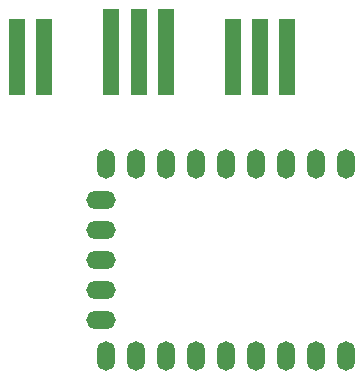
<source format=gbr>
%TF.GenerationSoftware,KiCad,Pcbnew,(6.0.5)*%
%TF.CreationDate,2023-02-05T19:42:25+01:00*%
%TF.ProjectId,PicoMemcard-rp2040zero,5069636f-4d65-46d6-9361-72642d727032,1.3.1*%
%TF.SameCoordinates,Original*%
%TF.FileFunction,Paste,Top*%
%TF.FilePolarity,Positive*%
%FSLAX46Y46*%
G04 Gerber Fmt 4.6, Leading zero omitted, Abs format (unit mm)*
G04 Created by KiCad (PCBNEW (6.0.5)) date 2023-02-05 19:42:25*
%MOMM*%
%LPD*%
G01*
G04 APERTURE LIST*
%ADD10O,1.500000X2.500000*%
%ADD11O,2.500000X1.500000*%
%ADD12R,1.400000X6.500000*%
%ADD13R,1.400000X7.300000*%
G04 APERTURE END LIST*
D10*
%TO.C,U1*%
X165420000Y-92930000D03*
X162880000Y-92930000D03*
X160340000Y-92930000D03*
X157800000Y-92930000D03*
X155260000Y-92930000D03*
X152720000Y-92930000D03*
X150180000Y-92930000D03*
X147640000Y-92930000D03*
X145100000Y-92930000D03*
D11*
X144600000Y-89890000D03*
X144600000Y-87350000D03*
X144600000Y-84810000D03*
X144600000Y-82270000D03*
X144600000Y-79730000D03*
D10*
X145100000Y-76690000D03*
X147640000Y-76690000D03*
X150180000Y-76690000D03*
X152720000Y-76690000D03*
X155260000Y-76690000D03*
X157800000Y-76690000D03*
X160340000Y-76690000D03*
X162880000Y-76690000D03*
X165420000Y-76690000D03*
%TD*%
D12*
%TO.C,J1*%
X137520000Y-67600000D03*
X139820000Y-67600000D03*
D13*
X145520000Y-67200000D03*
X147820000Y-67200000D03*
X150120000Y-67200000D03*
D12*
X155820000Y-67600000D03*
X158120000Y-67600000D03*
X160420000Y-67600000D03*
%TD*%
M02*

</source>
